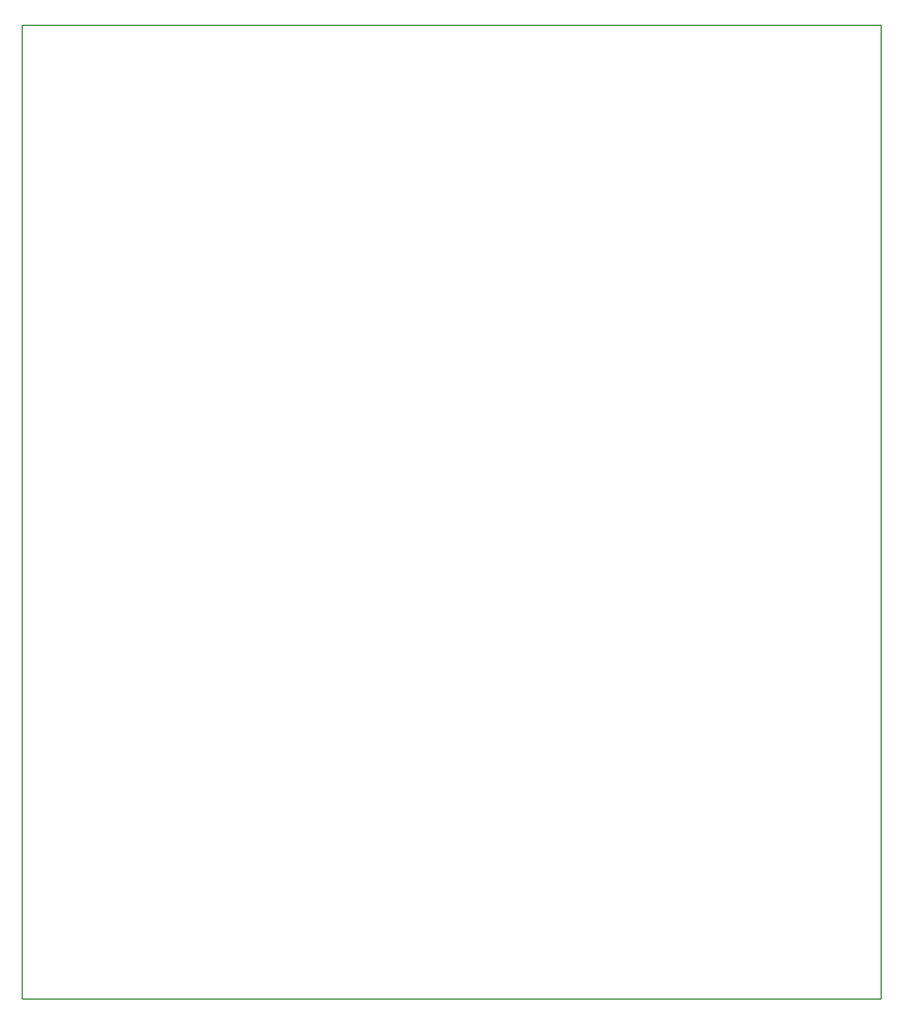
<source format=gbr>
G04 start of page 4 for group 2 idx 2 *
G04 Title: (unknown), outline *
G04 Creator: pcb 1.99z *
G04 CreationDate: Sun 10 Nov 2013 02:53:38 PM GMT UTC *
G04 For: andrey *
G04 Format: Gerber/RS-274X *
G04 PCB-Dimensions (mm): 165.00 187.00 *
G04 PCB-Coordinate-Origin: lower left *
%MOMM*%
%FSLAX43Y43*%
%LNOUTLINE*%
%ADD25C,0.254*%
G54D25*X0Y187000D02*Y0D01*
Y187000D02*X165000D01*
X0Y0D02*X165000D01*
Y187000D02*Y0D01*
M02*

</source>
